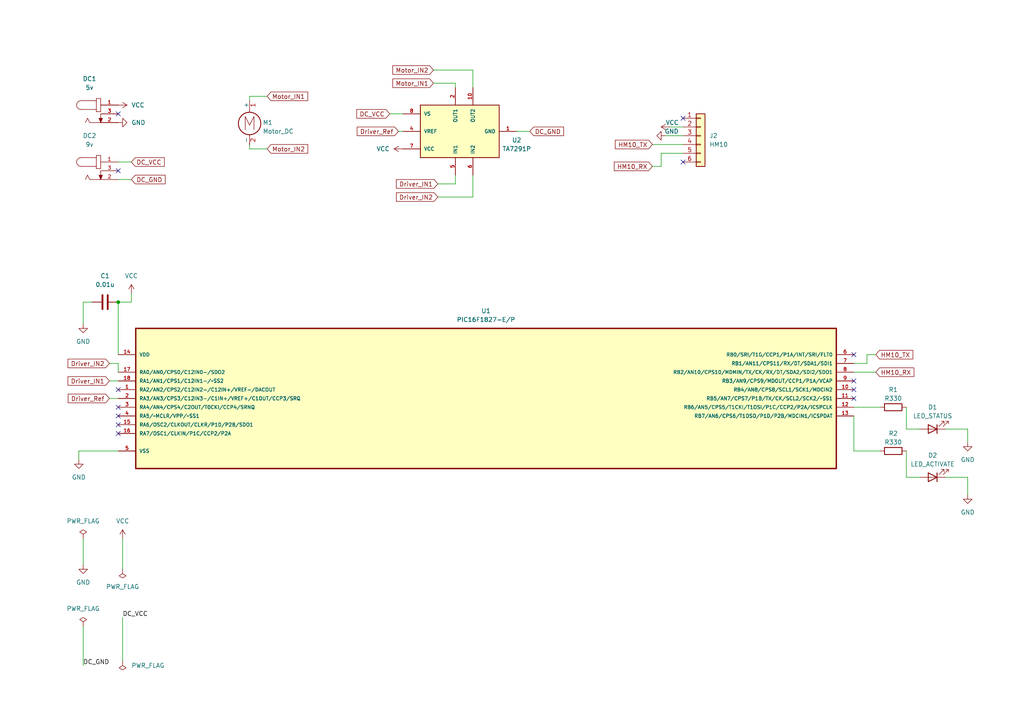
<source format=kicad_sch>
(kicad_sch (version 20211123) (generator eeschema)
  (paper "A4")
  (title_block (title "TargetSite-Truck") (date "2023-05-06") (rev "1") (company "Gtech"))
  (lib_symbols
    (symbol "Connector_Generic:Conn_01x06" (pin_names (offset 1.016) hide)
      (property "Reference" "J" (at 0 7.62 0))
      (property "Value" "Conn_01x06" (at 0 -10.16 0))
      (symbol "Conn_01x06_1_1"
        (rectangle (start -1.27 -7.493) (end 0 -7.747) (stroke (width 0.1524)))
        (rectangle (start -1.27 -4.953) (end 0 -5.207) (stroke (width 0.1524)))
        (rectangle (start -1.27 -2.413) (end 0 -2.667) (stroke (width 0.1524)))
        (rectangle (start -1.27 0.127) (end 0 -0.127) (stroke (width 0.1524)))
        (rectangle (start -1.27 2.667) (end 0 2.413) (stroke (width 0.1524)))
        (rectangle (start -1.27 5.207) (end 0 4.953) (stroke (width 0.1524)))
        (rectangle (start -1.27 6.35) (end 1.27 -8.89) (stroke (width 0.254)) (fill (type background)))
        (pin passive line (at -5.08 5.08 0) (length 3.81) (name "Pin_1") (number "1"))
        (pin passive line (at -5.08 2.54 0) (length 3.81) (name "Pin_2") (number "2"))
        (pin passive line (at -5.08 0 0) (length 3.81) (name "Pin_3") (number "3"))
        (pin passive line (at -5.08 -2.54 0) (length 3.81) (name "Pin_4") (number "4"))
        (pin passive line (at -5.08 -5.08 0) (length 3.81) (name "Pin_5") (number "5"))
        (pin passive line (at -5.08 -7.62 0) (length 3.81) (name "Pin_6") (number "6"))
      )
    )
    (symbol "Device:C" (pin_numbers hide) (pin_names (offset 0.254))
      (property "Reference" "C" (at 0.635 2.54 0))
      (property "Value" "C" (at 0.635 -2.54 0))
      (symbol "C_0_1"
        (polyline (pts (xy -2.032 -0.762) (xy 2.032 -0.762)) (stroke (width 0.508)))
        (polyline (pts (xy -2.032 0.762) (xy 2.032 0.762)) (stroke (width 0.508)))
      )
      (symbol "C_1_1"
        (pin passive line (at 0 3.81 270) (length 2.794) (name "~") (number "1"))
        (pin passive line (at 0 -3.81 90) (length 2.794) (name "~") (number "2"))
      )
    )
    (symbol "Device:LED" (pin_numbers hide) (pin_names (offset 1.016) hide)
      (property "Reference" "D" (at 0 2.54 0))
      (property "Value" "LED" (at 0 -2.54 0))
      (symbol "LED_0_1"
        (polyline (pts (xy -1.27 -1.27) (xy -1.27 1.27)) (stroke (width 0.254)))
        (polyline (pts (xy -1.27 0) (xy 1.27 0)))
        (polyline (pts (xy 1.27 -1.27) (xy 1.27 1.27) (xy -1.27 0) (xy 1.27 -1.27)) (stroke (width 0.254)))
        (polyline (pts (xy -3.048 -0.762) (xy -4.572 -2.286) (xy -3.81 -2.286) (xy -4.572 -2.286) (xy -4.572 -1.524)))
        (polyline (pts (xy -1.778 -0.762) (xy -3.302 -2.286) (xy -2.54 -2.286) (xy -3.302 -2.286) (xy -3.302 -1.524)))
      )
      (symbol "LED_1_1"
        (pin passive line (at -3.81 0 0) (length 2.54) (name "K") (number "1"))
        (pin passive line (at 3.81 0 180) (length 2.54) (name "A") (number "2"))
      )
    )
    (symbol "Device:R" (pin_numbers hide) (pin_names (offset 0))
      (property "Reference" "R" (at 2.032 0 90))
      (property "Value" "R" (at 0 0 90))
      (symbol "R_0_1"
        (rectangle (start -1.016 -2.54) (end 1.016 2.54) (stroke (width 0.254)))
      )
      (symbol "R_1_1"
        (pin passive line (at 0 3.81 270) (length 1.27) (name "~") (number "1"))
        (pin passive line (at 0 -3.81 90) (length 1.27) (name "~") (number "2"))
      )
    )
    (symbol "Motor:Motor_DC" (pin_names (offset 0))
      (property "Reference" "M" (at 2.54 2.54 0))
      (property "Value" "Motor_DC" (at 2.54 -5.08 0))
      (symbol "Motor_DC_0_0"
        (polyline (pts (xy -1.27 -3.302) (xy -1.27 0.508) (xy 0 -2.032) (xy 1.27 0.508) (xy 1.27 -3.302)))
      )
      (symbol "Motor_DC_0_1"
        (circle (center 0 -1.524) (radius 3.2512) (stroke (width 0.254)))
        (polyline (pts (xy 0 -7.62) (xy 0 -7.112)))
        (polyline (pts (xy 0 -4.7752) (xy 0 -5.1816)))
        (polyline (pts (xy 0 1.7272) (xy 0 2.0828)))
        (polyline (pts (xy 0 2.032) (xy 0 2.54)))
      )
      (symbol "Motor_DC_1_1"
        (pin passive line (at 0 5.08 270) (length 2.54) (name "+") (number "1"))
        (pin passive line (at 0 -7.62 90) (length 2.54) (name "-") (number "2"))
      )
    )
    (symbol "PIC16F1827-E_P:PIC16F1827-E{slash}P" (pin_names (offset 1.016))
      (property "Reference" "U" (at -4.7244 21.8186 0))
      (property "Value" "PIC16F1827-E{slash}P" (at -4.5466 -27.3812 0))
      (symbol "PIC16F1827-E{slash}P_0_0"
        (rectangle (start -101.6 -22.86) (end 101.6 17.78) (stroke (width 0.4064)) (fill (type background)))
        (pin bidirectional line (at -106.68 0 0) (length 5.08) (name "RA2/AN2/CPS2/C12IN2-/C12IN+/VREF-/DACOUT") (number "1"))
        (pin bidirectional line (at 106.68 0 180) (length 5.08) (name "RB4/AN8/CPS8/SCL1/SCK1/MDCIN2") (number "10"))
        (pin bidirectional line (at 106.68 -2.54 180) (length 5.08) (name "RB5/AN7/CPS7/P1B/TX/CK/SCL2/SCK2/~SS1") (number "11"))
        (pin bidirectional line (at 106.68 -5.08 180) (length 5.08) (name "RB6/AN5/CPS5/T1CKI/T1OSI/P1C/CCP2/P2A/ICSPCLK") (number "12"))
        (pin bidirectional line (at 106.68 -7.62 180) (length 5.08) (name "RB7/AN6/CPS6/T1OSO/P1D/P2B/MDCIN1/ICSPDAT") (number "13"))
        (pin power_in line (at -106.68 10.16 0) (length 5.08) (name "VDD") (number "14"))
        (pin bidirectional line (at -106.68 -10.16 0) (length 5.08) (name "RA6/OSC2/CLKOUT/CLKR/P1D/P2B/SDO1") (number "15"))
        (pin bidirectional line (at -106.68 -12.7 0) (length 5.08) (name "RA7/OSC1/CLKIN/P1C/CCP2/P2A") (number "16"))
        (pin bidirectional line (at -106.68 5.08 0) (length 5.08) (name "RA0/AN0/CPS0/C12IN0-/SDO2") (number "17"))
        (pin bidirectional line (at -106.68 2.54 0) (length 5.08) (name "RA1/AN1/CPS1/C12IN1-/~SS2") (number "18"))
        (pin bidirectional line (at -106.68 -2.54 0) (length 5.08) (name "RA3/AN3/CPS3/C12IN3-/C1IN+/VREF+/C1OUT/CCP3/SRQ") (number "2"))
        (pin bidirectional line (at -106.68 -5.08 0) (length 5.08) (name "RA4/AN4/CPS4/C2OUT/T0CKI/CCP4/SRNQ") (number "3"))
        (pin input line (at -106.68 -7.62 0) (length 5.08) (name "RA5/~MCLR/VPP/~SS1") (number "4"))
        (pin power_in line (at -106.68 -17.78 0) (length 5.08) (name "VSS") (number "5"))
        (pin bidirectional line (at 106.68 10.16 180) (length 5.08) (name "RB0/SRI/T1G/CCP1/P1A/INT/SRI/FLT0") (number "6"))
        (pin bidirectional line (at 106.68 7.62 180) (length 5.08) (name "RB1/AN11/CPS11/RX/DT/SDA1/SDI1") (number "7"))
        (pin bidirectional line (at 106.68 5.08 180) (length 5.08) (name "RB2/AN10/CPS10/MDMIN/TX/CK/RX/DT/SDA2/SDI2/SDO1") (number "8"))
        (pin bidirectional line (at 106.68 2.54 180) (length 5.08) (name "RB3/AN9/CPS9/MDOUT/CCP1/P1A/VCAP") (number "9"))
      )
    )
    (symbol "PJ-002AH:PJ-002AH" (pin_names (offset 1.016))
      (property "Reference" "J" (at -7.6272 5.0848 0))
      (property "Value" "PJ-002AH" (at -7.6313 -5.0875 0))
      (symbol "PJ-002AH_0_0"
        (arc (start -5.715 3.81) (mid -6.985 2.54) (end -5.715 1.27) (stroke (width 0.1524)))
        (polyline (pts (xy -5.715 3.81) (xy -1.27 3.81)) (stroke (width 0.1524)))
        (polyline (pts (xy -3.81 -1.27) (xy -4.445 -2.54)) (stroke (width 0.1524)))
        (polyline (pts (xy -3.175 -2.54) (xy -3.81 -1.27)) (stroke (width 0.1524)))
        (polyline (pts (xy -1.27 0.635) (xy 0 0.635)) (stroke (width 0.1524)))
        (polyline (pts (xy -1.27 1.27) (xy -5.715 1.27)) (stroke (width 0.1524)))
        (polyline (pts (xy -1.27 1.27) (xy -1.27 0.635)) (stroke (width 0.1524)))
        (polyline (pts (xy -1.27 3.81) (xy -1.27 1.27)) (stroke (width 0.1524)))
        (polyline (pts (xy -1.27 4.445) (xy -1.27 3.81)) (stroke (width 0.1524)))
        (polyline (pts (xy 0 -2.54) (xy -3.175 -2.54)) (stroke (width 0.1524)))
        (polyline (pts (xy 0 0) (xy 0 -2.54)) (stroke (width 0.1524)))
        (polyline (pts (xy 0 0.635) (xy 0 4.445)) (stroke (width 0.1524)))
        (polyline (pts (xy 0 4.445) (xy -1.27 4.445)) (stroke (width 0.1524)))
        (polyline (pts (xy 0 -2.54) (xy -0.508 -1.27) (xy 0.508 -1.27) (xy 0 -2.54)) (stroke (width 0.1524)) (fill (type outline)))
        (pin passive line (at 5.08 2.54 180) (length 5.08) (name "~") (number "1"))
        (pin passive line (at 5.08 -2.54 180) (length 5.08) (name "~") (number "2"))
        (pin passive line (at 5.08 0 180) (length 5.08) (name "~") (number "3"))
      )
    )
    (symbol "TA7291P:TA7291P" (pin_names (offset 1.016))
      (property "Reference" "U" (at 0 -2.541 0))
      (property "Value" "TA7291P" (at 10.1675 -2.5419 0))
      (symbol "TA7291P_0_0"
        (rectangle (start 0 0) (end 15.24 22.86) (stroke (width 0.254)) (fill (type background)))
        (pin power_in line (at 7.62 -5.08 90) (length 5.08) (name "GND") (number "1"))
        (pin output line (at 20.32 7.62 180) (length 5.08) (name "OUT2") (number "10"))
        (pin output line (at 20.32 12.7 180) (length 5.08) (name "OUT1") (number "2"))
        (pin power_in line (at 7.62 27.94 270) (length 5.08) (name "VREF") (number "4"))
        (pin input line (at -5.08 12.7 0) (length 5.08) (name "IN1") (number "5"))
        (pin input line (at -5.08 7.62 0) (length 5.08) (name "IN2") (number "6"))
        (pin power_in line (at 2.54 27.94 270) (length 5.08) (name "VCC") (number "7"))
        (pin power_in line (at 12.7 27.94 270) (length 5.08) (name "VS") (number "8"))
      )
    )
    (symbol "power:GND" (power) (pin_names (offset 0))
      (property "Value" "GND" (at 0 -3.81 0))
      (symbol "GND_0_1"
        (polyline (pts (xy 0 0) (xy 0 -1.27) (xy 1.27 -1.27) (xy 0 -2.54) (xy -1.27 -1.27) (xy 0 -1.27)))
      )
      (symbol "GND_1_1"
        (pin power_in line (at 0 0 270) (length 0) hide (name "GND") (number "1"))
      )
    )
    (symbol "power:PWR_FLAG" (power) (pin_numbers hide) (pin_names (offset 0) hide)
      (property "Value" "PWR_FLAG" (at 0 3.81 0))
      (symbol "PWR_FLAG_0_0"
        (pin power_out line (at 0 0 90) (length 0) (name "pwr") (number "1"))
      )
      (symbol "PWR_FLAG_0_1"
        (polyline (pts (xy 0 0) (xy 0 1.27) (xy -1.016 1.905) (xy 0 2.54) (xy 1.016 1.905) (xy 0 1.27)))
      )
    )
    (symbol "power:VCC" (power) (pin_names (offset 0))
      (property "Value" "VCC" (at 0 3.81 0))
      (symbol "VCC_0_1"
        (polyline (pts (xy -0.762 1.27) (xy 0 2.54)))
        (polyline (pts (xy 0 0) (xy 0 2.54)))
        (polyline (pts (xy 0 2.54) (xy 0.762 1.27)))
      )
      (symbol "VCC_1_1"
        (pin power_in line (at 0 0 90) (length 0) hide (name "VCC") (number "1"))
      )
    )
  )
  (junction (at 34.29 87.63))
  (no_connect (at 34.29 123.19))
  (no_connect (at 247.65 102.87))
  (no_connect (at 34.29 113.03))
  (no_connect (at 247.65 115.57))
  (no_connect (at 247.65 110.49))
  (no_connect (at 34.29 125.73))
  (no_connect (at 34.29 33.02))
  (no_connect (at 247.65 113.03))
  (no_connect (at 34.29 49.53))
  (no_connect (at 34.29 120.65))
  (no_connect (at 198.12 34.29))
  (no_connect (at 198.12 46.99))
  (no_connect (at 34.29 118.11))
  (wire (pts (xy 31.75 110.49) (xy 34.29 110.49)))
  (wire (pts (xy 24.13 156.21) (xy 24.13 163.83)))
  (wire (pts (xy 132.08 53.34) (xy 127 53.34)))
  (wire (pts (xy 72.39 41.91) (xy 72.39 43.18)))
  (wire (pts (xy 247.65 105.41) (xy 251.46 105.41)))
  (wire (pts (xy 280.67 138.43) (xy 280.67 143.51)))
  (wire (pts (xy 115.57 38.1) (xy 116.84 38.1)))
  (wire (pts (xy 251.46 105.41) (xy 251.46 102.87)))
  (wire (pts (xy 72.39 43.18) (xy 77.47 43.18)))
  (wire (pts (xy 193.04 39.37) (xy 198.12 39.37)))
  (wire (pts (xy 137.16 50.8) (xy 137.16 57.15)))
  (wire (pts (xy 113.03 33.02) (xy 116.84 33.02)))
  (wire (pts (xy 137.16 57.15) (xy 127 57.15)))
  (wire (pts (xy 251.46 102.87) (xy 254 102.87)))
  (wire (pts (xy 191.77 44.45) (xy 191.77 48.26)))
  (wire (pts (xy 189.23 41.91) (xy 198.12 41.91)))
  (wire (pts (xy 191.77 48.26) (xy 189.23 48.26)))
  (wire (pts (xy 280.67 124.46) (xy 280.67 128.27)))
  (wire (pts (xy 24.13 181.61) (xy 24.13 193.04)))
  (wire (pts (xy 149.86 38.1) (xy 153.67 38.1)))
  (wire (pts (xy 31.75 115.57) (xy 34.29 115.57)))
  (wire (pts (xy 22.86 130.81) (xy 22.86 133.35)))
  (wire (pts (xy 132.08 50.8) (xy 132.08 53.34)))
  (wire (pts (xy 72.39 27.94) (xy 77.47 27.94)))
  (wire (pts (xy 274.32 138.43) (xy 280.67 138.43)))
  (wire (pts (xy 35.56 156.21) (xy 35.56 165.1)))
  (wire (pts (xy 34.29 46.99) (xy 38.1 46.99)))
  (wire (pts (xy 24.13 87.63) (xy 26.67 87.63)))
  (wire (pts (xy 38.1 85.09) (xy 38.1 87.63)))
  (wire (pts (xy 262.89 130.81) (xy 262.89 138.43)))
  (wire (pts (xy 72.39 29.21) (xy 72.39 27.94)))
  (wire (pts (xy 34.29 87.63) (xy 38.1 87.63)))
  (wire (pts (xy 34.29 52.07) (xy 38.1 52.07)))
  (wire (pts (xy 125.73 20.32) (xy 137.16 20.32)))
  (wire (pts (xy 247.65 107.95) (xy 254 107.95)))
  (wire (pts (xy 35.56 179.07) (xy 35.56 191.77)))
  (wire (pts (xy 24.13 87.63) (xy 24.13 93.98)))
  (wire (pts (xy 198.12 44.45) (xy 191.77 44.45)))
  (wire (pts (xy 262.89 138.43) (xy 266.7 138.43)))
  (wire (pts (xy 247.65 120.65) (xy 247.65 130.81)))
  (wire (pts (xy 34.29 87.63) (xy 34.29 102.87)))
  (wire (pts (xy 262.89 118.11) (xy 262.89 124.46)))
  (wire (pts (xy 274.32 124.46) (xy 280.67 124.46)))
  (wire (pts (xy 34.29 105.41) (xy 34.29 107.95)))
  (wire (pts (xy 31.75 105.41) (xy 34.29 105.41)))
  (wire (pts (xy 137.16 20.32) (xy 137.16 25.4)))
  (wire (pts (xy 132.08 25.4) (xy 132.08 24.13)))
  (wire (pts (xy 132.08 24.13) (xy 125.73 24.13)))
  (wire (pts (xy 194.31 36.83) (xy 198.12 36.83)))
  (wire (pts (xy 247.65 118.11) (xy 255.27 118.11)))
  (wire (pts (xy 34.29 130.81) (xy 22.86 130.81)))
  (wire (pts (xy 262.89 124.46) (xy 266.7 124.46)))
  (wire (pts (xy 247.65 130.81) (xy 255.27 130.81)))
  (label "DC_VCC" (at 35.56 179.07 0))
  (label "DC_GND" (at 24.13 193.04 0))
  (global_label "Driver_Ref" (shape input) (at 115.57 38.1 180) (property "シート間のリファレンス" "${INTERSHEET_REFS}" (effects hide)))
  (global_label "Motor_IN2" (shape input) (at 77.47 43.18 0) (property "シート間のリファレンス" "${INTERSHEET_REFS}" (effects hide)))
  (global_label "DC_GND" (shape input) (at 153.67 38.1 0) (property "シート間のリファレンス" "${INTERSHEET_REFS}" (effects hide)))
  (global_label "Motor_IN1" (shape input) (at 77.47 27.94 0) (property "シート間のリファレンス" "${INTERSHEET_REFS}" (effects hide)))
  (global_label "DC_VCC" (shape input) (at 113.03 33.02 180) (property "シート間のリファレンス" "${INTERSHEET_REFS}" (effects hide)))
  (global_label "Driver_IN2" (shape input) (at 31.75 105.41 180) (property "シート間のリファレンス" "${INTERSHEET_REFS}" (effects hide)))
  (global_label "HM10_TX" (shape input) (at 254 102.87 0) (property "シート間のリファレンス" "${INTERSHEET_REFS}" (effects hide)))
  (global_label "HM10_RX" (shape input) (at 189.23 48.26 180) (property "シート間のリファレンス" "${INTERSHEET_REFS}" (effects hide)))
  (global_label "Driver_IN2" (shape input) (at 127 57.15 180) (property "シート間のリファレンス" "${INTERSHEET_REFS}" (effects hide)))
  (global_label "HM10_TX" (shape input) (at 189.23 41.91 180) (property "シート間のリファレンス" "${INTERSHEET_REFS}" (effects hide)))
  (global_label "Motor_IN1" (shape input) (at 125.73 24.13 180) (property "シート間のリファレンス" "${INTERSHEET_REFS}" (effects hide)))
  (global_label "DC_GND" (shape input) (at 38.1 52.07 0) (property "シート間のリファレンス" "${INTERSHEET_REFS}" (effects hide)))
  (global_label "Driver_IN1" (shape input) (at 31.75 110.49 180) (property "シート間のリファレンス" "${INTERSHEET_REFS}" (effects hide)))
  (global_label "Driver_IN1" (shape input) (at 127 53.34 180) (property "シート間のリファレンス" "${INTERSHEET_REFS}" (effects hide)))
  (global_label "HM10_RX" (shape input) (at 254 107.95 0) (property "シート間のリファレンス" "${INTERSHEET_REFS}" (effects hide)))
  (global_label "Driver_Ref" (shape input) (at 31.75 115.57 180) (property "シート間のリファレンス" "${INTERSHEET_REFS}" (effects hide)))
  (global_label "Motor_IN2" (shape input) (at 125.73 20.32 180) (property "シート間のリファレンス" "${INTERSHEET_REFS}" (effects hide)))
  (global_label "DC_VCC" (shape input) (at 38.1 46.99 0) (property "シート間のリファレンス" "${INTERSHEET_REFS}" (effects hide)))
  (symbol (lib_id "Motor:Motor_DC") (at 72.39 34.29 0) (unit 1)
    (property "Reference" "M1" (at 76.2 35.56 0) (effects (justify left)))
    (property "Value" "Motor_DC" (at 76.2 38.1 0) (effects (justify left)))
    (property "Footprint" "TerminalBlock_MetzConnect:TerminalBlock_MetzConnect_Type073_RT02602HBLU_1x02_P5.08mm_Horizontal" (effects hide))
  )
  (symbol (lib_id "power:PWR_FLAG") (at 24.13 181.61 0) (unit 1)
    (property "Reference" "#FLG0103" (effects hide))
    (property "Value" "PWR_FLAG" (at 24.13 176.53 0))
  )
  (symbol (lib_id "power:GND") (at 24.13 93.98 0) (unit 1)
    (property "Reference" "#PWR01" (effects hide))
    (property "Value" "GND" (at 24.13 99.06 0))
  )
  (symbol (lib_id "power:VCC") (at 34.29 30.48 270) (unit 1)
    (property "Reference" "#PWR02" (effects hide))
    (property "Value" "VCC" (at 38.1 30.4799 90) (effects (justify left)))
  )
  (symbol (lib_id "power:VCC") (at 116.84 43.18 90) (unit 1)
    (property "Reference" "#PWR0107" (effects hide))
    (property "Value" "VCC" (at 113.03 43.1799 90) (effects (justify left)))
  )
  (symbol (lib_id "power:PWR_FLAG") (at 35.56 165.1 180) (unit 1)
    (property "Reference" "#FLG0102" (effects hide))
    (property "Value" "PWR_FLAG" (at 35.56 170.18 0))
  )
  (symbol (lib_id "power:VCC") (at 35.56 156.21 0) (unit 1)
    (property "Reference" "#PWR0104" (effects hide))
    (property "Value" "VCC" (at 35.56 151.13 0))
  )
  (symbol (lib_id "PJ-002AH:PJ-002AH") (at 29.21 49.53 0) (unit 1)
    (property "Reference" "DC2" (at 25.9715 39.37 0))
    (property "Value" "9v" (at 25.9715 41.91 0))
    (property "Footprint" "PJ-002AH:CUI_PJ-002AH" (effects hide))
    (property "MANUFACTURER" "CUI INC" (effects hide))
    (property "STANDARD" "Manufacturer recommendations" (effects hide))
  )
  (symbol (lib_id "power:GND") (at 280.67 143.51 0) (unit 1)
    (property "Reference" "#PWR05" (effects hide))
    (property "Value" "GND" (at 280.67 148.59 0))
  )
  (symbol (lib_id "Device:R") (at 259.08 130.81 90) (unit 1)
    (property "Reference" "R2" (at 259.08 125.73 90))
    (property "Value" "R330" (at 259.08 128.27 90))
    (property "Footprint" "Resistor_THT:R_Axial_DIN0207_L6.3mm_D2.5mm_P2.54mm_Vertical" (effects hide))
  )
  (symbol (lib_id "power:GND") (at 34.29 35.56 90) (unit 1)
    (property "Reference" "#PWR03" (effects hide))
    (property "Value" "GND" (at 38.1 35.5599 90) (effects (justify right)))
  )
  (symbol (lib_id "power:VCC") (at 38.1 85.09 0) (unit 1)
    (property "Reference" "#PWR0101" (effects hide))
    (property "Value" "VCC" (at 38.1 80.01 0))
  )
  (symbol (lib_id "Device:LED") (at 270.51 124.46 180) (unit 1)
    (property "Reference" "D1" (at 270.51 118.11 0))
    (property "Value" "LED_STATUS" (at 270.51 120.65 0))
    (property "Footprint" "LED_THT:LED_D3.0mm" (effects hide))
  )
  (symbol (lib_id "PJ-002AH:PJ-002AH") (at 29.21 33.02 0) (unit 1)
    (property "Reference" "DC1" (at 25.9715 22.86 0))
    (property "Value" "5v" (at 25.9715 25.4 0))
    (property "Footprint" "PJ-002AH:CUI_PJ-002AH" (effects hide))
    (property "MANUFACTURER" "CUI INC" (effects hide))
    (property "STANDARD" "Manufacturer recommendations" (effects hide))
  )
  (symbol (lib_id "TA7291P:TA7291P") (at 144.78 45.72 90) (unit 1)
    (property "Reference" "U2" (at 149.86 40.64 90))
    (property "Value" "TA7291P" (at 149.86 43.18 90))
    (property "Footprint" "TA7291P:HSIP10" (effects hide))
  )
  (symbol (lib_id "power:PWR_FLAG") (at 35.56 191.77 180) (unit 1)
    (property "Reference" "#FLG0104" (effects hide))
    (property "Value" "PWR_FLAG" (at 38.1 193.0399 0) (effects (justify right)))
  )
  (symbol (lib_id "Connector_Generic:Conn_01x06") (at 203.2 39.37 0) (unit 1)
    (property "Reference" "J2" (at 205.74 39.3699 0) (effects (justify left)))
    (property "Value" "HM10" (at 205.74 41.9099 0) (effects (justify left)))
    (property "Footprint" "Connector_PinSocket_2.54mm:PinSocket_1x06_P2.54mm_Horizontal" (effects hide))
  )
  (symbol (lib_id "power:VCC") (at 194.31 36.83 90) (unit 1)
    (property "Reference" "#PWR0102" (effects hide))
    (property "Value" "VCC" (at 193.04 35.56 90) (effects (justify right)))
  )
  (symbol (lib_id "Device:LED") (at 270.51 138.43 180) (unit 1)
    (property "Reference" "D2" (at 270.51 132.08 0))
    (property "Value" "LED_ACTIVATE" (at 270.51 134.62 0))
    (property "Footprint" "LED_THT:LED_D3.0mm" (effects hide))
  )
  (symbol (lib_id "power:PWR_FLAG") (at 24.13 156.21 0) (unit 1)
    (property "Reference" "#FLG0101" (effects hide))
    (property "Value" "PWR_FLAG" (at 24.13 151.13 0))
  )
  (symbol (lib_id "power:GND") (at 24.13 163.83 0) (unit 1)
    (property "Reference" "#PWR0105" (effects hide))
    (property "Value" "GND" (at 24.13 168.91 0))
  )
  (symbol (lib_id "Device:C") (at 30.48 87.63 90) (unit 1)
    (property "Reference" "C1" (at 30.48 80.01 90))
    (property "Value" "0.01u" (at 30.48 82.55 90))
    (property "Footprint" "Capacitor_THT:C_Disc_D3.0mm_W1.6mm_P2.50mm" (effects hide))
  )
  (symbol (lib_id "power:GND") (at 193.04 39.37 270) (unit 1)
    (property "Reference" "#PWR09" (effects hide))
    (property "Value" "GND" (at 196.85 38.1 90) (effects (justify right)))
  )
  (symbol (lib_id "power:GND") (at 22.86 133.35 0) (unit 1)
    (property "Reference" "#PWR08" (effects hide))
    (property "Value" "GND" (at 22.86 138.43 0))
  )
  (symbol (lib_id "Device:R") (at 259.08 118.11 90) (unit 1)
    (property "Reference" "R1" (at 259.08 113.03 90))
    (property "Value" "R330" (at 259.08 115.57 90))
    (property "Footprint" "Resistor_THT:R_Axial_DIN0207_L6.3mm_D2.5mm_P2.54mm_Vertical" (effects hide))
  )
  (symbol (lib_id "power:GND") (at 280.67 128.27 0) (unit 1)
    (property "Reference" "#PWR04" (effects hide))
    (property "Value" "GND" (at 280.67 133.35 0))
  )
  (symbol (lib_id "PIC16F1827-E_P:PIC16F1827-E{slash}P") (at 140.97 113.03 0) (unit 1)
    (property "Reference" "U1" (at 140.97 90.17 0))
    (property "Value" "PIC16F1827-E/P" (at 140.97 92.71 0))
    (property "Footprint" "Package_DIP:DIP-18_W7.62mm_Socket" (effects hide))
    (property "MPN" "PIC16F1827-E/P" (effects hide))
    (property "OC_FARNELL" "1801212" (effects hide))
    (property "OC_NEWARK" "24R7073" (effects hide))
    (property "SUPPLIER" "Microchip" (effects hide))
    (property "PACKAGE" "DIP-18" (effects hide))
  )
)
</source>
